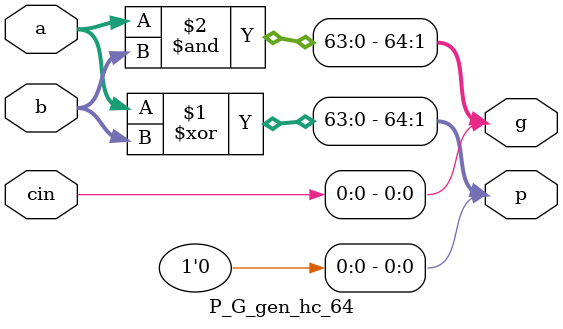
<source format=v>
/* verilator lint_off UNUSEDSIGNAL */
module HC_64 (a,b,cin,sum,cout);

input [64:1]a;
input [64:1]b;
input cin;
output [64:1]sum;
output cout;

wire [64:0]p;
wire [64:0]g;

P_G_gen_hc_64 pg_gen_hc (a,b,cin,p,g);

//level1

wire [31:0] gnpg_level1;
wire [31:0] pp_level1;

genvar i;
generate
     for (i = 0;i<32 ;i=i+1 ) begin
        assign gnpg_level1[i]=g[i*2+1]|p[i*2+1]&g[2*i];  // gnpg[0]=g1+p1g0
        assign pp_level1[i]=p[i*2+1]&p[i*2];              // pp[0]=p1p0
   end
endgenerate

//level2
wire  [31:0] gnpg_level2;
wire  [31:0] pp_level2;
assign gnpg_level2[0]=gnpg_level1[0];
assign pp_level2[0]=pp_level1[0];

generate
    for (i = 1;i<32 ;i=i+1 ) begin
        assign gnpg_level2[i]=gnpg_level1[i]|pp_level1[i]&gnpg_level1[i-1];  
        assign pp_level2[i]=pp_level1[i]&pp_level1[i-1];
   end
endgenerate


//level3
wire [31:0] gnpg_level3;
wire [31:0] pp_level3;
assign gnpg_level3[0]=gnpg_level2[0];
assign pp_level3[0]=pp_level2[0];
assign gnpg_level3[1]=gnpg_level2[1];
assign pp_level3[1]=pp_level2[1];

generate
    for (i = 2;i<32;i=i+1 ) begin
        assign gnpg_level3[i]=gnpg_level2[i]|pp_level2[i]&gnpg_level2[i-2]; 
        assign pp_level3[i]=pp_level2[i]&pp_level2[i-2];
   end
endgenerate


// level 4
wire [31:0] gnpg_level4;
wire [31:0] pp_level4;
assign gnpg_level4[0]=gnpg_level3[0];
assign pp_level4[0]=pp_level3[0];
assign gnpg_level4[1]=gnpg_level3[1];
assign pp_level4[1]=pp_level3[1];
assign gnpg_level4[2]=gnpg_level3[2];
assign pp_level4[2]=pp_level3[2];
assign gnpg_level4[3]=gnpg_level3[3];
assign pp_level4[3]=pp_level3[3];
generate
    for (i = 4;i<32 ;i=i+1 ) begin
        assign gnpg_level4[i]= gnpg_level3[i]|pp_level3[i]&gnpg_level3[i-4];
        assign pp_level4[i]= pp_level3[i]&pp_level3[i-4];
   end
endgenerate


//level 5 
wire [31:0]gnpg_level5;
wire [31:0]pp_level5;

generate 
    for (i=0;i<8;i=i+1) begin
      assign gnpg_level5[i]=gnpg_level4[i];
      assign pp_level5[i]=pp_level4[i];
    end
endgenerate     

generate
    for (i =8 ;i<32 ;i=i+1 ) begin
        assign gnpg_level5[i]= gnpg_level4[i]|pp_level4[i]&gnpg_level4[i-8];
        assign pp_level5[i]= pp_level4[i]&pp_level4[i-8];
   end
endgenerate

//level 6
wire [31:0]gnpg_level6;

generate 
    for (i=0;i<16;i=i+1)begin
      assign gnpg_level6[i]=gnpg_level5[i];
    end
endgenerate

generate
    for (i =16 ;i<32 ;i=i+1 ) begin
        assign gnpg_level6[i]= gnpg_level5[i]|pp_level5[i]&gnpg_level5[i-16];
   end
endgenerate


// for sum 2n
assign sum[1]= cin^p[1];
generate
    for (i =1 ;i<33 ;i=i+1 ) begin
        assign sum[2*i]=gnpg_level6[i-1]^p[2*i]; 
    end
endgenerate

// for sum 2n+1
wire [31:1]c2n_1;
generate
    for (i =1;i<32 ;i=i+1 ) begin
     assign c2n_1[i]= g[2*i]|p[2*i]&gnpg_level6[i-1];
     assign sum[2*i+1]=c2n_1[i]^p[2*i+1];
    end 
endgenerate


// for cout
assign cout = g[64]| p[64]&gnpg_level6[31];


endmodule

module P_G_gen_hc_64 (a,b,cin,p,g);
input [63:0]a;
input [63:0]b;
input cin;
output [64:0]p;
output [64:0]g;
assign g[0]=cin;
assign p[0]=0;
assign p[64:1]=a^b;
assign g[64:1]=a&b;
endmodule


</source>
